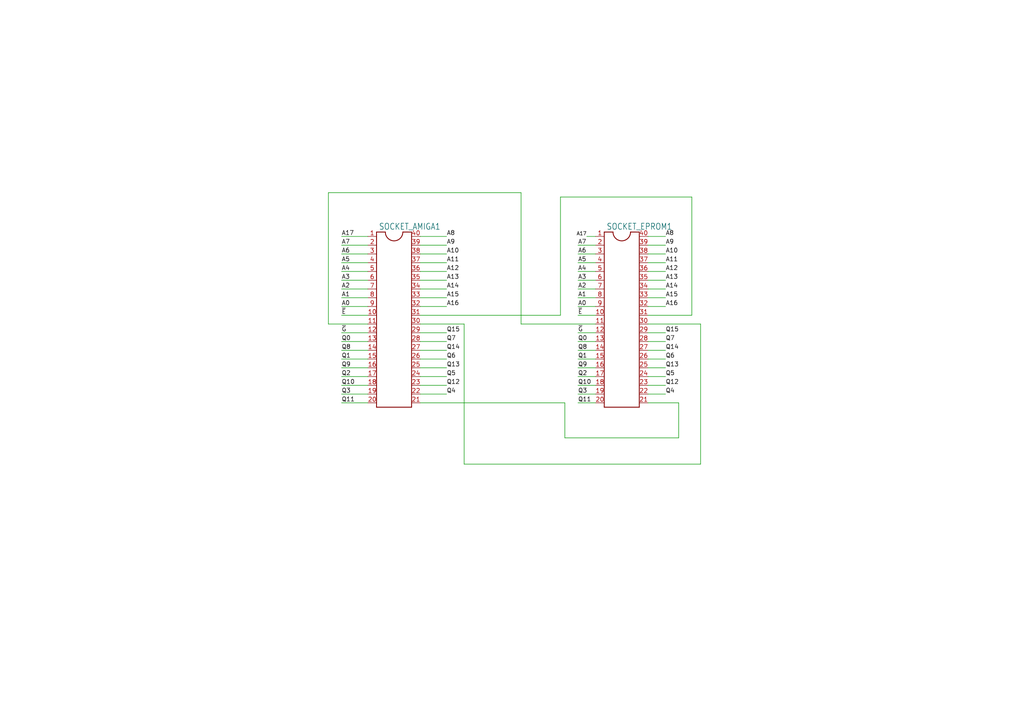
<source format=kicad_sch>
(kicad_sch (version 20230121) (generator eeschema)

  (uuid abf1c060-5aa7-4bf2-803a-216d063c7c1d)

  (paper "A4")

  (lib_symbols
    (symbol "kickstart_Adapter_Amiga500_Rev5-eagle-import:DIL40" (in_bom yes) (on_board yes)
      (property "Reference" "IC" (at -4.445 24.765 0)
        (effects (font (size 1.778 1.5113)) (justify left bottom))
      )
      (property "Value" "" (at -4.445 -29.21 0)
        (effects (font (size 1.778 1.5113)) (justify left bottom))
      )
      (property "Footprint" "kickstart_Adapter_Amiga500_Rev5:DIL40" (at 0 0 0)
        (effects (font (size 1.27 1.27)) hide)
      )
      (property "Datasheet" "" (at 0 0 0)
        (effects (font (size 1.27 1.27)) hide)
      )
      (property "ki_locked" "" (at 0 0 0)
        (effects (font (size 1.27 1.27)))
      )
      (symbol "DIL40_1_0"
        (arc (start -2.54 24.13) (mid 0 21.601) (end 2.54 24.13)
          (stroke (width 0.254) (type solid))
          (fill (type none))
        )
        (polyline
          (pts
            (xy -5.08 -26.67)
            (xy 5.08 -26.67)
          )
          (stroke (width 0.254) (type solid))
          (fill (type none))
        )
        (polyline
          (pts
            (xy -5.08 24.13)
            (xy -5.08 -26.67)
          )
          (stroke (width 0.254) (type solid))
          (fill (type none))
        )
        (polyline
          (pts
            (xy -5.08 24.13)
            (xy -2.54 24.13)
          )
          (stroke (width 0.254) (type solid))
          (fill (type none))
        )
        (polyline
          (pts
            (xy 5.08 -26.67)
            (xy 5.08 24.13)
          )
          (stroke (width 0.254) (type solid))
          (fill (type none))
        )
        (polyline
          (pts
            (xy 5.08 24.13)
            (xy 2.54 24.13)
          )
          (stroke (width 0.254) (type solid))
          (fill (type none))
        )
        (pin passive line (at -7.62 22.86 0) (length 2.54)
          (name "1" (effects (font (size 0 0))))
          (number "1" (effects (font (size 1.27 1.27))))
        )
        (pin passive line (at -7.62 0 0) (length 2.54)
          (name "10" (effects (font (size 0 0))))
          (number "10" (effects (font (size 1.27 1.27))))
        )
        (pin passive line (at -7.62 -2.54 0) (length 2.54)
          (name "11" (effects (font (size 0 0))))
          (number "11" (effects (font (size 1.27 1.27))))
        )
        (pin passive line (at -7.62 -5.08 0) (length 2.54)
          (name "12" (effects (font (size 0 0))))
          (number "12" (effects (font (size 1.27 1.27))))
        )
        (pin passive line (at -7.62 -7.62 0) (length 2.54)
          (name "13" (effects (font (size 0 0))))
          (number "13" (effects (font (size 1.27 1.27))))
        )
        (pin passive line (at -7.62 -10.16 0) (length 2.54)
          (name "14" (effects (font (size 0 0))))
          (number "14" (effects (font (size 1.27 1.27))))
        )
        (pin passive line (at -7.62 -12.7 0) (length 2.54)
          (name "15" (effects (font (size 0 0))))
          (number "15" (effects (font (size 1.27 1.27))))
        )
        (pin passive line (at -7.62 -15.24 0) (length 2.54)
          (name "16" (effects (font (size 0 0))))
          (number "16" (effects (font (size 1.27 1.27))))
        )
        (pin passive line (at -7.62 -17.78 0) (length 2.54)
          (name "17" (effects (font (size 0 0))))
          (number "17" (effects (font (size 1.27 1.27))))
        )
        (pin passive line (at -7.62 -20.32 0) (length 2.54)
          (name "18" (effects (font (size 0 0))))
          (number "18" (effects (font (size 1.27 1.27))))
        )
        (pin passive line (at -7.62 -22.86 0) (length 2.54)
          (name "19" (effects (font (size 0 0))))
          (number "19" (effects (font (size 1.27 1.27))))
        )
        (pin passive line (at -7.62 20.32 0) (length 2.54)
          (name "2" (effects (font (size 0 0))))
          (number "2" (effects (font (size 1.27 1.27))))
        )
        (pin passive line (at -7.62 -25.4 0) (length 2.54)
          (name "20" (effects (font (size 0 0))))
          (number "20" (effects (font (size 1.27 1.27))))
        )
        (pin passive line (at 7.62 -25.4 180) (length 2.54)
          (name "21" (effects (font (size 0 0))))
          (number "21" (effects (font (size 1.27 1.27))))
        )
        (pin passive line (at 7.62 -22.86 180) (length 2.54)
          (name "22" (effects (font (size 0 0))))
          (number "22" (effects (font (size 1.27 1.27))))
        )
        (pin passive line (at 7.62 -20.32 180) (length 2.54)
          (name "23" (effects (font (size 0 0))))
          (number "23" (effects (font (size 1.27 1.27))))
        )
        (pin passive line (at 7.62 -17.78 180) (length 2.54)
          (name "24" (effects (font (size 0 0))))
          (number "24" (effects (font (size 1.27 1.27))))
        )
        (pin passive line (at 7.62 -15.24 180) (length 2.54)
          (name "25" (effects (font (size 0 0))))
          (number "25" (effects (font (size 1.27 1.27))))
        )
        (pin passive line (at 7.62 -12.7 180) (length 2.54)
          (name "26" (effects (font (size 0 0))))
          (number "26" (effects (font (size 1.27 1.27))))
        )
        (pin passive line (at 7.62 -10.16 180) (length 2.54)
          (name "27" (effects (font (size 0 0))))
          (number "27" (effects (font (size 1.27 1.27))))
        )
        (pin passive line (at 7.62 -7.62 180) (length 2.54)
          (name "28" (effects (font (size 0 0))))
          (number "28" (effects (font (size 1.27 1.27))))
        )
        (pin passive line (at 7.62 -5.08 180) (length 2.54)
          (name "29" (effects (font (size 0 0))))
          (number "29" (effects (font (size 1.27 1.27))))
        )
        (pin passive line (at -7.62 17.78 0) (length 2.54)
          (name "3" (effects (font (size 0 0))))
          (number "3" (effects (font (size 1.27 1.27))))
        )
        (pin passive line (at 7.62 -2.54 180) (length 2.54)
          (name "30" (effects (font (size 0 0))))
          (number "30" (effects (font (size 1.27 1.27))))
        )
        (pin passive line (at 7.62 0 180) (length 2.54)
          (name "31" (effects (font (size 0 0))))
          (number "31" (effects (font (size 1.27 1.27))))
        )
        (pin passive line (at 7.62 2.54 180) (length 2.54)
          (name "32" (effects (font (size 0 0))))
          (number "32" (effects (font (size 1.27 1.27))))
        )
        (pin passive line (at 7.62 5.08 180) (length 2.54)
          (name "33" (effects (font (size 0 0))))
          (number "33" (effects (font (size 1.27 1.27))))
        )
        (pin passive line (at 7.62 7.62 180) (length 2.54)
          (name "34" (effects (font (size 0 0))))
          (number "34" (effects (font (size 1.27 1.27))))
        )
        (pin passive line (at 7.62 10.16 180) (length 2.54)
          (name "35" (effects (font (size 0 0))))
          (number "35" (effects (font (size 1.27 1.27))))
        )
        (pin passive line (at 7.62 12.7 180) (length 2.54)
          (name "36" (effects (font (size 0 0))))
          (number "36" (effects (font (size 1.27 1.27))))
        )
        (pin passive line (at 7.62 15.24 180) (length 2.54)
          (name "37" (effects (font (size 0 0))))
          (number "37" (effects (font (size 1.27 1.27))))
        )
        (pin passive line (at 7.62 17.78 180) (length 2.54)
          (name "38" (effects (font (size 0 0))))
          (number "38" (effects (font (size 1.27 1.27))))
        )
        (pin passive line (at 7.62 20.32 180) (length 2.54)
          (name "39" (effects (font (size 0 0))))
          (number "39" (effects (font (size 1.27 1.27))))
        )
        (pin passive line (at -7.62 15.24 0) (length 2.54)
          (name "4" (effects (font (size 0 0))))
          (number "4" (effects (font (size 1.27 1.27))))
        )
        (pin passive line (at 7.62 22.86 180) (length 2.54)
          (name "40" (effects (font (size 0 0))))
          (number "40" (effects (font (size 1.27 1.27))))
        )
        (pin passive line (at -7.62 12.7 0) (length 2.54)
          (name "5" (effects (font (size 0 0))))
          (number "5" (effects (font (size 1.27 1.27))))
        )
        (pin passive line (at -7.62 10.16 0) (length 2.54)
          (name "6" (effects (font (size 0 0))))
          (number "6" (effects (font (size 1.27 1.27))))
        )
        (pin passive line (at -7.62 7.62 0) (length 2.54)
          (name "7" (effects (font (size 0 0))))
          (number "7" (effects (font (size 1.27 1.27))))
        )
        (pin passive line (at -7.62 5.08 0) (length 2.54)
          (name "8" (effects (font (size 0 0))))
          (number "8" (effects (font (size 1.27 1.27))))
        )
        (pin passive line (at -7.62 2.54 0) (length 2.54)
          (name "9" (effects (font (size 0 0))))
          (number "9" (effects (font (size 1.27 1.27))))
        )
      )
    )
  )


  (wire (pts (xy 121.92 88.9) (xy 129.54 88.9))
    (stroke (width 0.1524) (type solid))
    (uuid 0259945e-e96e-4057-aed2-f6209425ea19)
  )
  (wire (pts (xy 121.92 78.74) (xy 129.54 78.74))
    (stroke (width 0.1524) (type solid))
    (uuid 039e0ac9-ebe3-4aa1-a4c4-0a05a41b42fd)
  )
  (wire (pts (xy 187.96 68.58) (xy 193.04 68.58))
    (stroke (width 0.1524) (type solid))
    (uuid 03cbeb55-6907-40d3-a051-9e8c033a1a1a)
  )
  (wire (pts (xy 187.96 96.52) (xy 193.04 96.52))
    (stroke (width 0.1524) (type solid))
    (uuid 04975a93-cf15-4686-9016-b8a336bd2c50)
  )
  (wire (pts (xy 187.96 83.82) (xy 193.04 83.82))
    (stroke (width 0.1524) (type solid))
    (uuid 095e8833-d8ec-4a41-ba96-b9c1c64e20d9)
  )
  (wire (pts (xy 172.72 71.12) (xy 167.64 71.12))
    (stroke (width 0.1524) (type solid))
    (uuid 0e56112e-7f90-4e3d-b24d-925f8002edb7)
  )
  (wire (pts (xy 162.56 57.15) (xy 200.66 57.15))
    (stroke (width 0) (type default))
    (uuid 1f939753-9554-4b3e-8473-5f8a839d47c1)
  )
  (wire (pts (xy 121.92 86.36) (xy 129.54 86.36))
    (stroke (width 0.1524) (type solid))
    (uuid 211e44b1-ca34-4a26-9bb0-fb20d09f180b)
  )
  (wire (pts (xy 121.92 109.22) (xy 129.54 109.22))
    (stroke (width 0.1524) (type solid))
    (uuid 211e73de-0e14-4010-83a7-b595c262fcd5)
  )
  (wire (pts (xy 172.72 76.2) (xy 167.64 76.2))
    (stroke (width 0.1524) (type solid))
    (uuid 2155ea3a-b18a-4b95-8cbe-d31971ec2a6c)
  )
  (wire (pts (xy 121.92 116.84) (xy 163.83 116.84))
    (stroke (width 0.1524) (type solid))
    (uuid 23e39e5f-f411-4a35-aec0-9e275d9423e3)
  )
  (wire (pts (xy 172.72 96.52) (xy 167.64 96.52))
    (stroke (width 0.1524) (type solid))
    (uuid 26d3a8e3-0bb9-4b10-a308-9db00e513939)
  )
  (wire (pts (xy 187.96 73.66) (xy 193.04 73.66))
    (stroke (width 0.1524) (type solid))
    (uuid 2b2a1e39-514f-4e9d-b970-9eb2476f25de)
  )
  (wire (pts (xy 121.92 68.58) (xy 129.54 68.58))
    (stroke (width 0.1524) (type solid))
    (uuid 2c2bde9e-ceda-4edb-91c6-667ff302c226)
  )
  (wire (pts (xy 162.56 91.44) (xy 162.56 57.15))
    (stroke (width 0) (type default))
    (uuid 2e2bc5d9-0668-47a8-86b9-aa9bd09da427)
  )
  (wire (pts (xy 172.72 101.6) (xy 167.64 101.6))
    (stroke (width 0.1524) (type solid))
    (uuid 323058ab-d765-47b0-9efc-f0e10d677426)
  )
  (wire (pts (xy 121.92 73.66) (xy 129.54 73.66))
    (stroke (width 0.1524) (type solid))
    (uuid 3392c33b-ba69-415e-ad88-107bd7f21323)
  )
  (wire (pts (xy 200.66 57.15) (xy 200.66 91.44))
    (stroke (width 0) (type default))
    (uuid 3c4454e1-0ce9-47f1-9eb9-075110bdebb2)
  )
  (wire (pts (xy 172.72 116.84) (xy 167.64 116.84))
    (stroke (width 0.1524) (type solid))
    (uuid 3eb9b0b8-c8d4-4e00-87db-3792546ad1c6)
  )
  (wire (pts (xy 121.92 71.12) (xy 129.54 71.12))
    (stroke (width 0.1524) (type solid))
    (uuid 45588819-794a-4595-b7d2-6945ccd38d39)
  )
  (wire (pts (xy 187.96 109.22) (xy 193.04 109.22))
    (stroke (width 0.1524) (type solid))
    (uuid 49285c8c-ef65-4229-afbf-4ca7d8d09359)
  )
  (wire (pts (xy 187.96 93.98) (xy 203.2 93.98))
    (stroke (width 0) (type default))
    (uuid 5712d28b-dedc-47e1-a0e6-6375340842e9)
  )
  (wire (pts (xy 172.72 83.82) (xy 167.64 83.82))
    (stroke (width 0.1524) (type solid))
    (uuid 579a507c-3883-4d5d-95a6-064fe2e38f60)
  )
  (wire (pts (xy 121.92 81.28) (xy 129.54 81.28))
    (stroke (width 0.1524) (type solid))
    (uuid 5b253b2f-346d-4844-ab77-0dcddeeba83d)
  )
  (wire (pts (xy 172.72 78.74) (xy 167.64 78.74))
    (stroke (width 0.1524) (type solid))
    (uuid 6040bc8d-7c5f-4e8c-aa8f-c6c7d89eaa37)
  )
  (wire (pts (xy 134.62 134.62) (xy 134.62 93.98))
    (stroke (width 0) (type default))
    (uuid 61905b71-ffa6-46a5-aeba-072661078d39)
  )
  (wire (pts (xy 134.62 93.98) (xy 121.92 93.98))
    (stroke (width 0) (type default))
    (uuid 629f8694-09a2-4d92-a694-973c06cd3410)
  )
  (wire (pts (xy 121.92 101.6) (xy 129.54 101.6))
    (stroke (width 0.1524) (type solid))
    (uuid 63b8a793-8907-4abc-9e40-a9510db8e44e)
  )
  (wire (pts (xy 187.96 88.9) (xy 193.04 88.9))
    (stroke (width 0.1524) (type solid))
    (uuid 668d870c-08ca-411f-a153-805c79a25492)
  )
  (wire (pts (xy 106.68 71.12) (xy 99.06 71.12))
    (stroke (width 0.1524) (type solid))
    (uuid 67667ebb-fdb3-447b-9525-54c0b424f1d1)
  )
  (wire (pts (xy 172.72 86.36) (xy 167.64 86.36))
    (stroke (width 0.1524) (type solid))
    (uuid 69de2db4-72fc-4529-a453-5e99fd95ee4b)
  )
  (wire (pts (xy 106.68 78.74) (xy 99.06 78.74))
    (stroke (width 0.1524) (type solid))
    (uuid 6a9c673e-5b10-47d6-b664-b5a74d705193)
  )
  (wire (pts (xy 187.96 71.12) (xy 193.04 71.12))
    (stroke (width 0.1524) (type solid))
    (uuid 6cd79a09-604e-433c-a8ec-2a7495637c32)
  )
  (wire (pts (xy 106.68 114.3) (xy 99.06 114.3))
    (stroke (width 0.1524) (type solid))
    (uuid 6d18489f-e244-40ac-b64d-bd9ecbd6163c)
  )
  (wire (pts (xy 187.96 104.14) (xy 193.04 104.14))
    (stroke (width 0.1524) (type solid))
    (uuid 746a474f-77e6-430b-9e90-cae26963bec5)
  )
  (wire (pts (xy 172.72 91.44) (xy 167.64 91.44))
    (stroke (width 0.1524) (type solid))
    (uuid 75f0ab93-8a22-422f-8387-6f00cb9f6da7)
  )
  (wire (pts (xy 172.72 109.22) (xy 167.64 109.22))
    (stroke (width 0.1524) (type solid))
    (uuid 7ae95644-94b4-44fe-a457-ca1dcec01122)
  )
  (wire (pts (xy 106.68 93.98) (xy 95.25 93.98))
    (stroke (width 0) (type default))
    (uuid 7cb9ff2e-250a-4ba5-a5fd-d92e7e6f36d0)
  )
  (wire (pts (xy 106.68 68.58) (xy 99.06 68.58))
    (stroke (width 0.1524) (type solid))
    (uuid 7feea790-ae6c-4e5a-a0f4-db2c48a01d02)
  )
  (wire (pts (xy 106.68 86.36) (xy 99.06 86.36))
    (stroke (width 0.1524) (type solid))
    (uuid 8194cb3e-0b82-4aef-8ac1-d5674550b40a)
  )
  (wire (pts (xy 106.68 96.52) (xy 99.06 96.52))
    (stroke (width 0.1524) (type solid))
    (uuid 83550f7b-6969-426a-b22d-03e23421e40f)
  )
  (wire (pts (xy 172.72 99.06) (xy 167.64 99.06))
    (stroke (width 0.1524) (type solid))
    (uuid 85ca4d9c-480b-4c49-b4ee-877f31c664ab)
  )
  (wire (pts (xy 187.96 114.3) (xy 193.04 114.3))
    (stroke (width 0.1524) (type solid))
    (uuid 8944cf67-9868-4381-9e09-5e73ca19e454)
  )
  (wire (pts (xy 163.83 127) (xy 196.85 127))
    (stroke (width 0.1524) (type solid))
    (uuid 8cc03bad-5351-4eb2-8540-99ba4cc59f97)
  )
  (wire (pts (xy 106.68 101.6) (xy 99.06 101.6))
    (stroke (width 0.1524) (type solid))
    (uuid 8f762368-29f0-4499-9f20-6975cecff175)
  )
  (wire (pts (xy 121.92 106.68) (xy 129.54 106.68))
    (stroke (width 0.1524) (type solid))
    (uuid 8fcbf6cb-5b2e-4b52-a41b-9f0ba03e299b)
  )
  (wire (pts (xy 121.92 83.82) (xy 129.54 83.82))
    (stroke (width 0.1524) (type solid))
    (uuid 903d28ea-a0c3-4e3c-90bb-dd5658f0f787)
  )
  (wire (pts (xy 106.68 76.2) (xy 99.06 76.2))
    (stroke (width 0.1524) (type solid))
    (uuid 929b9c24-9e5f-41e8-8b76-5484250a431e)
  )
  (wire (pts (xy 172.72 73.66) (xy 167.64 73.66))
    (stroke (width 0.1524) (type solid))
    (uuid 9589094a-3163-4894-9d07-7f0ef0e012d5)
  )
  (wire (pts (xy 95.25 55.88) (xy 151.13 55.88))
    (stroke (width 0) (type default))
    (uuid 9c0704ed-50b1-4aee-bc32-e28ba42dd969)
  )
  (wire (pts (xy 200.66 91.44) (xy 187.96 91.44))
    (stroke (width 0) (type default))
    (uuid 9e5a949a-ce20-4c0c-8924-5d8343a0a206)
  )
  (wire (pts (xy 121.92 114.3) (xy 129.54 114.3))
    (stroke (width 0.1524) (type solid))
    (uuid a4ce32a4-1443-4310-9788-ae03f737985e)
  )
  (wire (pts (xy 121.92 76.2) (xy 129.54 76.2))
    (stroke (width 0.1524) (type solid))
    (uuid a5998bb5-2853-43e2-ac58-662dcf2899ce)
  )
  (wire (pts (xy 106.68 116.84) (xy 99.06 116.84))
    (stroke (width 0.1524) (type solid))
    (uuid a60edec8-9765-4923-ae24-738ee4d76361)
  )
  (wire (pts (xy 121.92 111.76) (xy 129.54 111.76))
    (stroke (width 0.1524) (type solid))
    (uuid a6a7bac5-13d2-43c4-834f-369730fda558)
  )
  (wire (pts (xy 121.92 99.06) (xy 129.54 99.06))
    (stroke (width 0.1524) (type solid))
    (uuid a798fdd7-7907-479b-ac2d-411500d3fa15)
  )
  (wire (pts (xy 170.18 68.58) (xy 172.72 68.58))
    (stroke (width 0) (type default))
    (uuid a9a81cfb-04d8-42ad-940d-f30e81da7431)
  )
  (wire (pts (xy 95.25 93.98) (xy 95.25 55.88))
    (stroke (width 0) (type default))
    (uuid ab1575db-e46f-4724-9034-8062569c9de9)
  )
  (wire (pts (xy 163.83 116.84) (xy 163.83 127))
    (stroke (width 0.1524) (type solid))
    (uuid ab48f7ea-6848-44be-9a3d-2529515b2455)
  )
  (wire (pts (xy 203.2 134.62) (xy 134.62 134.62))
    (stroke (width 0) (type default))
    (uuid ad1d3cf6-c5d8-4e5a-9f39-d39bfe495b9b)
  )
  (wire (pts (xy 106.68 109.22) (xy 99.06 109.22))
    (stroke (width 0.1524) (type solid))
    (uuid b0ca5873-7bab-4c9f-b3fc-eec36ec50e27)
  )
  (wire (pts (xy 106.68 83.82) (xy 99.06 83.82))
    (stroke (width 0.1524) (type solid))
    (uuid b3815582-1ee9-4b86-983c-941f07b2982b)
  )
  (wire (pts (xy 187.96 99.06) (xy 193.04 99.06))
    (stroke (width 0.1524) (type solid))
    (uuid b3b4b023-9d91-45fd-9e26-83e331227e0e)
  )
  (wire (pts (xy 172.72 106.68) (xy 167.64 106.68))
    (stroke (width 0.1524) (type solid))
    (uuid b55db9ef-d402-47fd-927e-fba83d95b56f)
  )
  (wire (pts (xy 106.68 106.68) (xy 99.06 106.68))
    (stroke (width 0.1524) (type solid))
    (uuid b5ef2fc2-ec50-42c5-ba7c-64abf66357c5)
  )
  (wire (pts (xy 106.68 73.66) (xy 99.06 73.66))
    (stroke (width 0.1524) (type solid))
    (uuid bb81fea9-7b07-4808-b2c4-6ff1c1b2ecf2)
  )
  (wire (pts (xy 151.13 93.98) (xy 172.72 93.98))
    (stroke (width 0) (type default))
    (uuid bd86de26-f95d-4446-9617-2c1c6bf1905b)
  )
  (wire (pts (xy 172.72 104.14) (xy 167.64 104.14))
    (stroke (width 0.1524) (type solid))
    (uuid beedf8ce-ef20-4cf4-9cb1-a3125d8974e0)
  )
  (wire (pts (xy 187.96 76.2) (xy 193.04 76.2))
    (stroke (width 0.1524) (type solid))
    (uuid c1d28fff-24d2-4aa8-971c-f33801685f32)
  )
  (wire (pts (xy 106.68 99.06) (xy 99.06 99.06))
    (stroke (width 0.1524) (type solid))
    (uuid c42d99c4-060d-4d7e-b4a6-6fd2617a98a7)
  )
  (wire (pts (xy 121.92 91.44) (xy 162.56 91.44))
    (stroke (width 0) (type default))
    (uuid c501eb20-fca4-4f09-b78b-ac461215d639)
  )
  (wire (pts (xy 106.68 81.28) (xy 99.06 81.28))
    (stroke (width 0.1524) (type solid))
    (uuid c78cae59-b046-463d-a8c8-dd5ad947e708)
  )
  (wire (pts (xy 196.85 127) (xy 196.85 116.84))
    (stroke (width 0.1524) (type solid))
    (uuid c8fe769f-8c57-43e9-8602-06f75cbbcf01)
  )
  (wire (pts (xy 172.72 111.76) (xy 167.64 111.76))
    (stroke (width 0.1524) (type solid))
    (uuid caedba0d-07d6-4a94-b74f-e20852478307)
  )
  (wire (pts (xy 106.68 104.14) (xy 99.06 104.14))
    (stroke (width 0.1524) (type solid))
    (uuid caef40b5-50b5-4527-b961-8cab3ee66596)
  )
  (wire (pts (xy 121.92 104.14) (xy 129.54 104.14))
    (stroke (width 0.1524) (type solid))
    (uuid ce0e915a-7f49-4025-b595-a4a1a60eb404)
  )
  (wire (pts (xy 187.96 111.76) (xy 193.04 111.76))
    (stroke (width 0.1524) (type solid))
    (uuid ce2dcb06-af37-42d5-b6ff-be02ecff393f)
  )
  (wire (pts (xy 196.85 116.84) (xy 187.96 116.84))
    (stroke (width 0.1524) (type solid))
    (uuid ce9d30bd-9444-4ed3-ab90-b416ef5f9f04)
  )
  (wire (pts (xy 106.68 88.9) (xy 99.06 88.9))
    (stroke (width 0.1524) (type solid))
    (uuid d1a39f0a-417c-40dc-bc65-a2f454a66468)
  )
  (wire (pts (xy 172.72 81.28) (xy 167.64 81.28))
    (stroke (width 0.1524) (type solid))
    (uuid d2682e14-2044-425d-9aca-606425a3ebb5)
  )
  (wire (pts (xy 106.68 111.76) (xy 99.06 111.76))
    (stroke (width 0.1524) (type solid))
    (uuid d625ef3c-021e-4b83-8981-0e670ad81d4d)
  )
  (wire (pts (xy 172.72 114.3) (xy 167.64 114.3))
    (stroke (width 0.1524) (type solid))
    (uuid dd101ca7-a705-4668-be46-594ddd6bf3a0)
  )
  (wire (pts (xy 187.96 106.68) (xy 193.04 106.68))
    (stroke (width 0.1524) (type solid))
    (uuid dfe8f337-c54b-404e-8572-33effa2b1c75)
  )
  (wire (pts (xy 187.96 78.74) (xy 193.04 78.74))
    (stroke (width 0.1524) (type solid))
    (uuid e1a4fee9-43c1-4922-b32c-90a9daa6d98f)
  )
  (wire (pts (xy 106.68 91.44) (xy 99.06 91.44))
    (stroke (width 0.1524) (type solid))
    (uuid e275d44f-2984-4b2f-9be8-1c3e9219f4c3)
  )
  (wire (pts (xy 187.96 86.36) (xy 193.04 86.36))
    (stroke (width 0.1524) (type solid))
    (uuid e576c39f-d202-4640-acce-a468669654c9)
  )
  (wire (pts (xy 187.96 81.28) (xy 193.04 81.28))
    (stroke (width 0.1524) (type solid))
    (uuid e777d478-95ec-49c4-b9f1-1f428cd9bfd3)
  )
  (wire (pts (xy 121.92 96.52) (xy 129.54 96.52))
    (stroke (width 0.1524) (type solid))
    (uuid e9801cd5-6636-4fb6-8912-5c4af60bb289)
  )
  (wire (pts (xy 172.72 88.9) (xy 167.64 88.9))
    (stroke (width 0.1524) (type solid))
    (uuid eb0af0ec-9d2d-40fa-ad32-ea4ac2f45cbd)
  )
  (wire (pts (xy 203.2 93.98) (xy 203.2 134.62))
    (stroke (width 0) (type default))
    (uuid f16a64e1-dee3-41db-a372-10263e7dfd76)
  )
  (wire (pts (xy 187.96 101.6) (xy 193.04 101.6))
    (stroke (width 0.1524) (type solid))
    (uuid f2c0d3ae-3010-4a30-8f49-647552629c49)
  )
  (wire (pts (xy 151.13 55.88) (xy 151.13 93.98))
    (stroke (width 0) (type default))
    (uuid fc9ef3a5-3af0-4d94-bd06-c27a5855d2cb)
  )

  (label "Q3" (at 167.64 114.3 0) (fields_autoplaced)
    (effects (font (size 1.2446 1.2446)) (justify left bottom))
    (uuid 023713cf-0fe6-4082-bfa9-99c382d5b8bc)
  )
  (label "Q5" (at 193.04 109.22 0) (fields_autoplaced)
    (effects (font (size 1.2446 1.2446)) (justify left bottom))
    (uuid 038cb254-c0ca-499f-b738-4c70a03eadea)
  )
  (label "A11" (at 193.04 76.2 0) (fields_autoplaced)
    (effects (font (size 1.2446 1.2446)) (justify left bottom))
    (uuid 094fb516-cc0b-43dc-b611-94080cf94030)
  )
  (label "Q4" (at 193.04 114.3 0) (fields_autoplaced)
    (effects (font (size 1.2446 1.2446)) (justify left bottom))
    (uuid 106172e5-f703-4b53-88a3-4f6189e7621d)
  )
  (label "A14" (at 193.04 83.82 0) (fields_autoplaced)
    (effects (font (size 1.2446 1.2446)) (justify left bottom))
    (uuid 10e85bd9-6cf7-4841-af6f-3ea666878824)
  )
  (label "~{E}" (at 99.06 91.44 0) (fields_autoplaced)
    (effects (font (size 1.2446 1.2446)) (justify left bottom))
    (uuid 14767b2a-ab5b-478d-9931-18e0b7796bb3)
  )
  (label "~{E}" (at 167.64 91.44 0) (fields_autoplaced)
    (effects (font (size 1.2446 1.2446)) (justify left bottom))
    (uuid 201f1161-2564-460f-a0c4-293ade7e9710)
  )
  (label "Q1" (at 167.64 104.14 0) (fields_autoplaced)
    (effects (font (size 1.2446 1.2446)) (justify left bottom))
    (uuid 221feb6e-ba6f-4c94-9761-2d8edc7ab26e)
  )
  (label "Q15" (at 193.04 96.52 0) (fields_autoplaced)
    (effects (font (size 1.2446 1.2446)) (justify left bottom))
    (uuid 26892c33-fe50-4182-87fd-964a78fff65e)
  )
  (label "A1" (at 167.64 86.36 0) (fields_autoplaced)
    (effects (font (size 1.2446 1.2446)) (justify left bottom))
    (uuid 270172ff-f37a-4290-b807-ab507bc3dbb3)
  )
  (label "A17" (at 99.06 68.58 0) (fields_autoplaced)
    (effects (font (size 1.2446 1.2446)) (justify left bottom))
    (uuid 2815cbc4-c81a-4b30-8f0c-5d28a3f6ff04)
  )
  (label "A1" (at 99.06 86.36 0) (fields_autoplaced)
    (effects (font (size 1.2446 1.2446)) (justify left bottom))
    (uuid 2efdeef7-06c2-4778-afec-ec5cf707099e)
  )
  (label "A5" (at 167.64 76.2 0) (fields_autoplaced)
    (effects (font (size 1.2446 1.2446)) (justify left bottom))
    (uuid 2fcede5d-bbae-45f3-8fcd-b66099106c58)
  )
  (label "~{G}" (at 99.06 96.52 0) (fields_autoplaced)
    (effects (font (size 1.2446 1.2446)) (justify left bottom))
    (uuid 2ff49060-e46b-4dfd-85bd-e82b2b9bd0a0)
  )
  (label "A6" (at 99.06 73.66 0) (fields_autoplaced)
    (effects (font (size 1.2446 1.2446)) (justify left bottom))
    (uuid 31abe8e9-9c92-483d-b516-5fdc118c59c7)
  )
  (label "Q13" (at 193.04 106.68 0) (fields_autoplaced)
    (effects (font (size 1.2446 1.2446)) (justify left bottom))
    (uuid 3211b595-220a-4812-9456-c96c3fa70a48)
  )
  (label "Q1" (at 99.06 104.14 0) (fields_autoplaced)
    (effects (font (size 1.2446 1.2446)) (justify left bottom))
    (uuid 32eb152b-3e34-486d-b35e-d5da34d23b7f)
  )
  (label "Q9" (at 99.06 106.68 0) (fields_autoplaced)
    (effects (font (size 1.2446 1.2446)) (justify left bottom))
    (uuid 3b6870cc-d40f-4223-86ca-f5dc42714166)
  )
  (label "Q11" (at 99.06 116.84 0) (fields_autoplaced)
    (effects (font (size 1.2446 1.2446)) (justify left bottom))
    (uuid 3bcba0f0-2cd9-4853-a95a-d9ff26879f61)
  )
  (label "Q11" (at 167.64 116.84 0) (fields_autoplaced)
    (effects (font (size 1.2446 1.2446)) (justify left bottom))
    (uuid 3f37d2f4-7769-430f-9610-3adcf7ee0326)
  )
  (label "Q5" (at 129.54 109.22 0) (fields_autoplaced)
    (effects (font (size 1.2446 1.2446)) (justify left bottom))
    (uuid 43b0efec-4f32-435b-9770-9d53d00787b0)
  )
  (label "A4" (at 167.64 78.74 0) (fields_autoplaced)
    (effects (font (size 1.2446 1.2446)) (justify left bottom))
    (uuid 4640aeec-da67-44a0-9dbc-ff49f97d3ae5)
  )
  (label "A15" (at 193.04 86.36 0) (fields_autoplaced)
    (effects (font (size 1.2446 1.2446)) (justify left bottom))
    (uuid 4ab7e7d9-048d-4e53-88c1-b219f54c5535)
  )
  (label "A0" (at 167.64 88.9 0) (fields_autoplaced)
    (effects (font (size 1.2446 1.2446)) (justify left bottom))
    (uuid 5003e28e-da4f-4f72-bb80-2e4d8a70216c)
  )
  (label "~{G}" (at 167.64 96.52 0) (fields_autoplaced)
    (effects (font (size 1.2446 1.2446)) (justify left bottom))
    (uuid 51abe681-3143-4b23-a00c-3421a8a24b07)
  )
  (label "A8" (at 129.54 68.58 0) (fields_autoplaced)
    (effects (font (size 1.2446 1.2446)) (justify left bottom))
    (uuid 5788cb67-7ca8-48b1-a280-e87a888d671c)
  )
  (label "Q0" (at 99.06 99.06 0) (fields_autoplaced)
    (effects (font (size 1.2446 1.2446)) (justify left bottom))
    (uuid 5cbe4a77-7542-4be1-92a0-c5a3e6fa7623)
  )
  (label "A0" (at 99.06 88.9 0) (fields_autoplaced)
    (effects (font (size 1.2446 1.2446)) (justify left bottom))
    (uuid 6bc1fd5d-62d7-4a52-b280-45e6a92e04cf)
  )
  (label "A9" (at 129.54 71.12 0) (fields_autoplaced)
    (effects (font (size 1.2446 1.2446)) (justify left bottom))
    (uuid 6dcee74b-a3e5-4554-b1ff-31d9b4832901)
  )
  (label "A17" (at 170.18 68.58 180) (fields_autoplaced)
    (effects (font (size 1.016 1.016)) (justify right bottom))
    (uuid 6e4354aa-d669-42b0-8574-ad62a567b90c)
  )
  (label "Q7" (at 129.54 99.06 0) (fields_autoplaced)
    (effects (font (size 1.2446 1.2446)) (justify left bottom))
    (uuid 7881b59c-4683-48cd-8e3c-4660a23974c3)
  )
  (label "A3" (at 167.64 81.28 0) (fields_autoplaced)
    (effects (font (size 1.2446 1.2446)) (justify left bottom))
    (uuid 7f80916f-bf25-4138-ba14-f1597872ec59)
  )
  (label "Q6" (at 129.54 104.14 0) (fields_autoplaced)
    (effects (font (size 1.2446 1.2446)) (justify left bottom))
    (uuid 81b63b77-0ef2-4c31-9654-266ef60b72f8)
  )
  (label "Q7" (at 193.04 99.06 0) (fields_autoplaced)
    (effects (font (size 1.2446 1.2446)) (justify left bottom))
    (uuid 879c3c9b-d8cf-43ae-8dc2-cb53b0f51db9)
  )
  (label "Q8" (at 167.64 101.6 0) (fields_autoplaced)
    (effects (font (size 1.2446 1.2446)) (justify left bottom))
    (uuid 8a4b3412-e680-4cc8-9d6e-ecb5653cbc71)
  )
  (label "A5" (at 99.06 76.2 0) (fields_autoplaced)
    (effects (font (size 1.2446 1.2446)) (justify left bottom))
    (uuid 8bbd53ba-86a6-4464-82a2-efa97673c952)
  )
  (label "A7" (at 99.06 71.12 0) (fields_autoplaced)
    (effects (font (size 1.2446 1.2446)) (justify left bottom))
    (uuid 912d25b7-b61a-4275-962a-2a73ae2e4dd1)
  )
  (label "Q2" (at 167.64 109.22 0) (fields_autoplaced)
    (effects (font (size 1.2446 1.2446)) (justify left bottom))
    (uuid 928d4733-04bb-4d66-b349-b4077cd30402)
  )
  (label "A16" (at 193.04 88.9 0) (fields_autoplaced)
    (effects (font (size 1.2446 1.2446)) (justify left bottom))
    (uuid 9a55aae4-0f7f-4d63-83f6-0b88b1bb6773)
  )
  (label "Q14" (at 193.04 101.6 0) (fields_autoplaced)
    (effects (font (size 1.2446 1.2446)) (justify left bottom))
    (uuid 9c24eb80-aef2-405a-8e3d-96c297995663)
  )
  (label "Q10" (at 167.64 111.76 0) (fields_autoplaced)
    (effects (font (size 1.2446 1.2446)) (justify left bottom))
    (uuid a15d352c-dcf1-4daa-8ff6-4c1d6d655c63)
  )
  (label "A2" (at 99.06 83.82 0) (fields_autoplaced)
    (effects (font (size 1.2446 1.2446)) (justify left bottom))
    (uuid a28a934b-499e-45b0-9c18-f3bc53397aaa)
  )
  (label "A12" (at 193.04 78.74 0) (fields_autoplaced)
    (effects (font (size 1.2446 1.2446)) (justify left bottom))
    (uuid a55824f3-71f2-4f18-aacf-5d25994980cb)
  )
  (label "Q9" (at 167.64 106.68 0) (fields_autoplaced)
    (effects (font (size 1.2446 1.2446)) (justify left bottom))
    (uuid b3bb0cf5-2e24-49a9-bc11-68f5f1848d98)
  )
  (label "A14" (at 129.54 83.82 0) (fields_autoplaced)
    (effects (font (size 1.2446 1.2446)) (justify left bottom))
    (uuid b3c77c16-cb53-43d7-96c1-b15ce625c5b5)
  )
  (label "A4" (at 99.06 78.74 0) (fields_autoplaced)
    (effects (font (size 1.2446 1.2446)) (justify left bottom))
    (uuid ba0b3a49-aea0-4ff8-bc29-2ab61b7d6256)
  )
  (label "Q0" (at 167.64 99.06 0) (fields_autoplaced)
    (effects (font (size 1.2446 1.2446)) (justify left bottom))
    (uuid c26c7555-1614-474d-9cbd-3878fbf30db0)
  )
  (label "A10" (at 129.54 73.66 0) (fields_autoplaced)
    (effects (font (size 1.2446 1.2446)) (justify left bottom))
    (uuid c2d14dc9-bb83-4a92-9046-aa2839f0bc2a)
  )
  (label "Q4" (at 129.54 114.3 0) (fields_autoplaced)
    (effects (font (size 1.2446 1.2446)) (justify left bottom))
    (uuid c622d2d3-a021-4eed-8461-532fa4536df0)
  )
  (label "Q15" (at 129.54 96.52 0) (fields_autoplaced)
    (effects (font (size 1.2446 1.2446)) (justify left bottom))
    (uuid ce4ff699-bc68-470e-bb68-547a63e39c26)
  )
  (label "A9" (at 193.04 71.12 0) (fields_autoplaced)
    (effects (font (size 1.2446 1.2446)) (justify left bottom))
    (uuid d1df2241-cffa-4a6a-a8d2-c2f07fc291f5)
  )
  (label "Q6" (at 193.04 104.14 0) (fields_autoplaced)
    (effects (font (size 1.2446 1.2446)) (justify left bottom))
    (uuid d2267f49-f260-4c50-acfa-4fd815c50653)
  )
  (label "Q2" (at 99.06 109.22 0) (fields_autoplaced)
    (effects (font (size 1.2446 1.2446)) (justify left bottom))
    (uuid d28b05de-863c-4309-834b-3dbfb5c63334)
  )
  (label "Q3" (at 99.06 114.3 0) (fields_autoplaced)
    (effects (font (size 1.2446 1.2446)) (justify left bottom))
    (uuid d5ac4f95-a264-4cb6-b36f-059cc4a53d08)
  )
  (label "Q13" (at 129.54 106.68 0) (fields_autoplaced)
    (effects (font (size 1.2446 1.2446)) (justify left bottom))
    (uuid d65a16fb-429f-4607-93d1-d720920d55c6)
  )
  (label "A2" (at 167.64 83.82 0) (fields_autoplaced)
    (effects (font (size 1.2446 1.2446)) (justify left bottom))
    (uuid d7efee0a-7da5-4d83-8f96-960f752f57f9)
  )
  (label "A3" (at 99.06 81.28 0) (fields_autoplaced)
    (effects (font (size 1.2446 1.2446)) (justify left bottom))
    (uuid d8c79659-ae61-4500-a9b5-abd3269e2581)
  )
  (label "Q10" (at 99.06 111.76 0) (fields_autoplaced)
    (effects (font (size 1.2446 1.2446)) (justify left bottom))
    (uuid d93417c7-5ad0-4f42-bcd8-5a9d54dbb503)
  )
  (label "A13" (at 129.54 81.28 0) (fields_autoplaced)
    (effects (font (size 1.2446 1.2446)) (justify left bottom))
    (uuid dbc81c49-7897-4196-8a54-0f14ca1a977c)
  )
  (label "A8" (at 193.04 68.58 0) (fields_autoplaced)
    (effects (font (size 1.2446 1.2446)) (justify left bottom))
    (uuid dc202271-798a-4ef3-a484-1ebe778aa57b)
  )
  (label "A11" (at 129.54 76.2 0) (fields_autoplaced)
    (effects (font (size 1.2446 1.2446)) (justify left bottom))
    (uuid dcad6833-0401-4e59-a5c6-e787ddb1adf2)
  )
  (label "Q12" (at 193.04 111.76 0) (fields_autoplaced)
    (effects (font (size 1.2446 1.2446)) (justify left bottom))
    (uuid de4d0d6c-19c4-47de-a0de-dfab851fa887)
  )
  (label "A12" (at 129.54 78.74 0) (fields_autoplaced)
    (effects (font (size 1.2446 1.2446)) (justify left bottom))
    (uuid df2bfd16-c401-43fc-abb7-53180ed178c9)
  )
  (label "A13" (at 193.04 81.28 0) (fields_autoplaced)
    (effects (font (size 1.2446 1.2446)) (justify left bottom))
    (uuid e447ff56-2c85-4bcd-9cfb-18ca2293cb54)
  )
  (label "A7" (at 167.64 71.12 0) (fields_autoplaced)
    (effects (font (size 1.2446 1.2446)) (justify left bottom))
    (uuid e5496e57-c028-45cb-8488-0071b672b289)
  )
  (label "A16" (at 129.54 88.9 0) (fields_autoplaced)
    (effects (font (size 1.2446 1.2446)) (justify left bottom))
    (uuid e9cf9097-a5b3-4d56-98e8-db6d255053b5)
  )
  (label "Q14" (at 129.54 101.6 0) (fields_autoplaced)
    (effects (font (size 1.2446 1.2446)) (justify left bottom))
    (uuid ecc37af8-22c2-4ffa-9a84-09ceebc83b8b)
  )
  (label "A6" (at 167.64 73.66 0) (fields_autoplaced)
    (effects (font (size 1.2446 1.2446)) (justify left bottom))
    (uuid ef6e606d-888c-4798-bf1c-b5b7572cdc2c)
  )
  (label "A15" (at 129.54 86.36 0) (fields_autoplaced)
    (effects (font (size 1.2446 1.2446)) (justify left bottom))
    (uuid f34b42c1-8563-4d11-893f-5abc5cbe57be)
  )
  (label "Q12" (at 129.54 111.76 0) (fields_autoplaced)
    (effects (font (size 1.2446 1.2446)) (justify left bottom))
    (uuid fb7e089d-9bf5-4e69-9380-ce50b8144e68)
  )
  (label "Q8" (at 99.06 101.6 0) (fields_autoplaced)
    (effects (font (size 1.2446 1.2446)) (justify left bottom))
    (uuid fc9c4647-2cb3-4017-8ee0-0553d85feacb)
  )
  (label "A10" (at 193.04 73.66 0) (fields_autoplaced)
    (effects (font (size 1.2446 1.2446)) (justify left bottom))
    (uuid fe6987fe-d489-48d4-a7b7-b10961844674)
  )

  (symbol (lib_id "kickstart_Adapter_Amiga500_Rev5-eagle-import:DIL40") (at 180.34 91.44 0) (unit 1)
    (in_bom yes) (on_board yes) (dnp no)
    (uuid 20a5a48d-0f4f-4d51-babb-4f9d582f64de)
    (property "Reference" "SOCKET_EPROM" (at 175.895 66.675 0)
      (effects (font (size 1.778 1.5113)) (justify left bottom))
    )
    (property "Value" "DIL40" (at 175.895 120.65 0)
      (effects (font (size 1.778 1.5113)) (justify left bottom) hide)
    )
    (property "Footprint" "Library:DIP-40_W15.24mm_LongPads" (at 180.34 91.44 0)
      (effects (font (size 1.27 1.27)) hide)
    )
    (property "Datasheet" "" (at 180.34 91.44 0)
      (effects (font (size 1.27 1.27)) hide)
    )
    (pin "1" (uuid 0af241e4-2f38-4303-908d-65815abf0141))
    (pin "10" (uuid 18331079-b350-4bde-b1d9-259e09848c7d))
    (pin "11" (uuid 20ec8c85-0f07-41a6-a72a-7dece051ce87))
    (pin "12" (uuid da9582ea-e350-47a1-b635-22d5cc21a2b8))
    (pin "13" (uuid 92bb94cb-3359-446f-b641-a2773008802e))
    (pin "14" (uuid 2377bb61-da73-48fd-a69a-07ccd10ca71e))
    (pin "15" (uuid bd8e2d95-5984-4b06-92c8-2bc168bacf42))
    (pin "16" (uuid 1b9dc7e4-ea58-4330-95d1-acb41318c9af))
    (pin "17" (uuid 4784c9f3-2463-4b8e-a136-9a40dcef87c7))
    (pin "18" (uuid 4f02356b-f817-429b-b75d-01ee1df546d2))
    (pin "19" (uuid d7a56bdb-993f-4938-b9cf-156fa8a34c89))
    (pin "2" (uuid d864cad1-2f6d-4079-aa42-eff4b00dda0a))
    (pin "20" (uuid 8ecf919d-8d79-47d8-a928-65c4dcfb5936))
    (pin "21" (uuid 2690a356-fbd6-4bdc-96d9-10c2b3d1acc3))
    (pin "22" (uuid 2abb0522-db84-49f2-9a97-c428c94b7993))
    (pin "23" (uuid cffcbdf1-eafb-498e-bd85-751a48fc1e93))
    (pin "24" (uuid 3a8b0d83-60e9-426f-8e52-70c693019e7d))
    (pin "25" (uuid 38600610-b9cd-4cf5-a753-b1d5b0381fd9))
    (pin "26" (uuid b1a792bf-6a0a-43fc-9f40-135dad87ee05))
    (pin "27" (uuid 23a9dd72-144e-4756-b273-cccf5860edef))
    (pin "28" (uuid 61b968f9-0261-43ad-a2e5-5a68215b43f2))
    (pin "29" (uuid d76da0cb-0d61-4f19-bca2-9777f2daccff))
    (pin "3" (uuid e3eb1879-7948-43ea-af63-98d8897d9968))
    (pin "30" (uuid 011c729b-b1ae-4c0a-a192-3715e3cdd4e8))
    (pin "31" (uuid 5642cab8-87b1-4bf9-83db-1961cda7a4a5))
    (pin "32" (uuid 5c59a232-6c8f-4fdf-a4db-764f6f4e148c))
    (pin "33" (uuid a2979047-536d-4e80-9ada-9344f712e20c))
    (pin "34" (uuid 68f60da2-8ecb-4bd0-b536-38057e8cbdfe))
    (pin "35" (uuid 6ff58c76-4ddb-4b0d-bf1a-9950006f4acf))
    (pin "36" (uuid 04a3d732-ae9e-4bd2-a480-f3c70f95c74f))
    (pin "37" (uuid ed498897-23e1-486e-93ed-a4b8a4fdb409))
    (pin "38" (uuid c91dd1d8-a1a2-430d-ab44-d365703498fb))
    (pin "39" (uuid 91ac53d9-6bed-4b8c-921b-6e96cec19979))
    (pin "4" (uuid dc7a770e-8940-4227-b457-f85178a0f0f8))
    (pin "40" (uuid 60f24850-03ca-46bd-9bc9-db6a4ffab7a4))
    (pin "5" (uuid 6c60ba30-09ac-4a54-a4ed-c34471f1705b))
    (pin "6" (uuid 880a5c99-9304-4ce3-8fa1-e655bc053ac9))
    (pin "7" (uuid 90ef7ea7-5fce-4131-8930-787fc4ef2055))
    (pin "8" (uuid 5e4d51d6-d257-4434-8cca-a21b6cdb7330))
    (pin "9" (uuid 883f32c8-4448-42e6-965f-ebea5b5b9626))
    (instances
      (project "Adapter_Amiga500_Rev5"
        (path "/0836fe45-5cfc-499c-a47c-5390a9c07959"
          (reference "SOCKET_EPROM") (unit 1)
        )
      )
      (project "A500-Kickadapter"
        (path "/abf1c060-5aa7-4bf2-803a-216d063c7c1d"
          (reference "SOCKET_EPROM1") (unit 1)
        )
      )
    )
  )

  (symbol (lib_id "kickstart_Adapter_Amiga500_Rev5-eagle-import:DIL40") (at 114.3 91.44 0) (unit 1)
    (in_bom yes) (on_board yes) (dnp no)
    (uuid ef2b6a10-6474-4360-92fd-d3c6e169cdbc)
    (property "Reference" "SOCKET_AMIGA" (at 109.855 66.675 0)
      (effects (font (size 1.778 1.5113)) (justify left bottom))
    )
    (property "Value" "DIL40" (at 109.855 120.65 0)
      (effects (font (size 1.778 1.5113)) (justify left bottom) hide)
    )
    (property "Footprint" "Library:DIP-40_W15.24mm_LongPads" (at 114.3 91.44 0)
      (effects (font (size 1.27 1.27)) hide)
    )
    (property "Datasheet" "" (at 114.3 91.44 0)
      (effects (font (size 1.27 1.27)) hide)
    )
    (pin "1" (uuid 14ae1e07-e08b-412b-83af-cffe5e077777))
    (pin "10" (uuid 9506d072-cbdd-4b36-8582-5084fe915592))
    (pin "11" (uuid bee1c9ca-85ed-4b0b-92d2-5e24c2144882))
    (pin "12" (uuid cc59337b-5e81-429e-80c8-aef930cd76d0))
    (pin "13" (uuid cff349f5-0e95-42b5-addf-498ab95ba316))
    (pin "14" (uuid 7d2ec142-5043-4a96-8ca9-f2bae47a61d7))
    (pin "15" (uuid 5af9a5d4-112b-4c9f-9d92-36bc8ea9f6e7))
    (pin "16" (uuid 9fc52edd-b390-403a-b64a-57412e68a1a5))
    (pin "17" (uuid 71b367db-ef08-43c1-8359-7aaf59fb07fa))
    (pin "18" (uuid 8e6faa31-c503-4e4c-813f-76bf00be1eb8))
    (pin "19" (uuid 66bf78ed-9edb-4389-a73d-5bdc71e7620d))
    (pin "2" (uuid 2d3aaa7a-bd8d-4f03-b1c5-358449a455fd))
    (pin "20" (uuid b3644273-3640-4b89-8160-8741a3bae79c))
    (pin "21" (uuid 4988cf75-2627-45d1-af14-51dfac565737))
    (pin "22" (uuid 8bcbab07-0e6e-490a-863a-7ed4ee77af64))
    (pin "23" (uuid 5934036f-b84e-4737-9765-3f6c404bbc3e))
    (pin "24" (uuid 072482cb-e91b-4857-a996-d2af4ada2928))
    (pin "25" (uuid 2e11e1d5-23d3-416c-8224-e62ebb4ef299))
    (pin "26" (uuid 572c1168-9f93-4a16-b9e6-ce45a85e8d30))
    (pin "27" (uuid eee1ddd1-4e19-4c4b-84c4-a21c7570f4ea))
    (pin "28" (uuid e3ec168c-5590-4f2d-94a1-a81c50d7f7ff))
    (pin "29" (uuid b8d92ee5-3263-41f5-9f12-0cfb76c332ac))
    (pin "3" (uuid a4e13d81-a409-442c-bf6b-8f020980dd46))
    (pin "30" (uuid 28eb0a2e-8cfc-4309-9ef6-5f8df5256c76))
    (pin "31" (uuid c9905738-f349-474a-ba67-e29b7bffd954))
    (pin "32" (uuid 8a423f1f-038a-4614-a1af-f93bfcd843ac))
    (pin "33" (uuid e343188d-c71b-4b58-b3ee-f1fc58ce872c))
    (pin "34" (uuid c0467823-6071-44c4-a4cc-47e05729dc26))
    (pin "35" (uuid 881273a0-d5a1-4ba6-bfa9-2ffd0397e5bf))
    (pin "36" (uuid 86ec57ed-f12d-44fe-a95f-a902ee4848c8))
    (pin "37" (uuid c960c2b9-8421-4ee5-a268-5a050911a35d))
    (pin "38" (uuid 843131f4-acc4-4e3d-8308-378bdd288e8d))
    (pin "39" (uuid 9c197424-5550-42a2-b69f-5a67a92f5d92))
    (pin "4" (uuid 6fd04fbb-7046-4cb7-a56e-76f74e3ae78f))
    (pin "40" (uuid 5018434b-18a2-43cb-b9fa-7f30756f6c68))
    (pin "5" (uuid 75a4b313-887c-41d0-852c-19bb5d9bf99f))
    (pin "6" (uuid bb584667-9477-4f6a-9689-b976af763d0f))
    (pin "7" (uuid c2eb1c70-6940-4f39-8cc5-8119c694383d))
    (pin "8" (uuid de6ce8e5-d477-407f-a75f-498614d6e2f7))
    (pin "9" (uuid 1ec9da19-6c28-4ef9-bb89-19c40a693416))
    (instances
      (project "Adapter_Amiga500_Rev5"
        (path "/0836fe45-5cfc-499c-a47c-5390a9c07959"
          (reference "SOCKET_AMIGA") (unit 1)
        )
      )
      (project "A500-Kickadapter"
        (path "/abf1c060-5aa7-4bf2-803a-216d063c7c1d"
          (reference "SOCKET_AMIGA1") (unit 1)
        )
      )
    )
  )

  (sheet_instances
    (path "/" (page "1"))
  )
)

</source>
